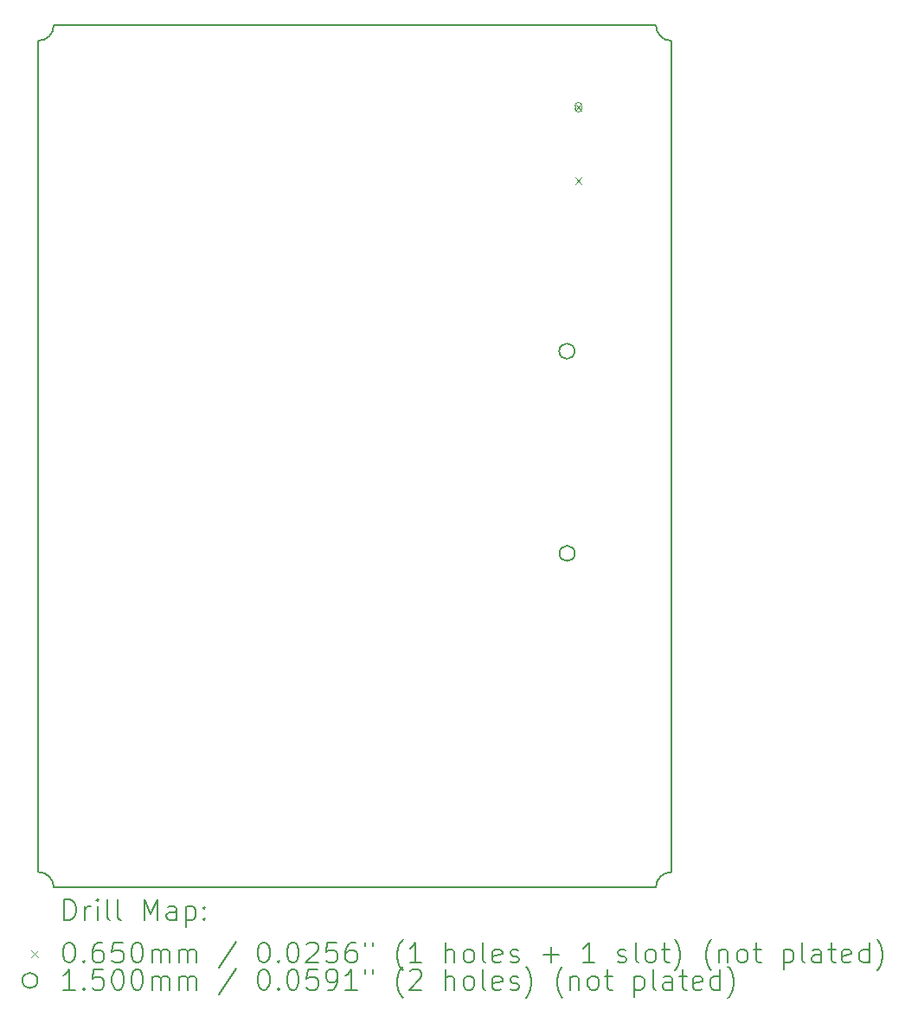
<source format=gbr>
%TF.GenerationSoftware,KiCad,Pcbnew,9.0.2*%
%TF.CreationDate,2025-07-10T16:01:35+01:00*%
%TF.ProjectId,FastStepper,46617374-5374-4657-9070-65722e6b6963,rev?*%
%TF.SameCoordinates,PX71f712cPY8e18f40*%
%TF.FileFunction,Drillmap*%
%TF.FilePolarity,Positive*%
%FSLAX45Y45*%
G04 Gerber Fmt 4.5, Leading zero omitted, Abs format (unit mm)*
G04 Created by KiCad (PCBNEW 9.0.2) date 2025-07-10 16:01:35*
%MOMM*%
%LPD*%
G01*
G04 APERTURE LIST*
%ADD10C,0.152400*%
%ADD11C,0.150000*%
%ADD12C,0.200000*%
%ADD13C,0.100000*%
G04 APERTURE END LIST*
D10*
X6042390Y0D02*
G75*
G02*
X6192390Y150000I150000J0D01*
G01*
X150000Y0D02*
X6042390Y0D01*
X0Y150000D02*
G75*
G02*
X150000Y0I0J-150000D01*
G01*
X150000Y8440000D02*
G75*
G02*
X0Y8290000I-150000J0D01*
G01*
D11*
X6192390Y150000D02*
X6192390Y8290000D01*
D10*
X6042390Y8440000D02*
X150000Y8440000D01*
X0Y8290000D02*
X0Y150000D01*
X6192390Y8290000D02*
G75*
G02*
X6042390Y8440000I0J150000D01*
G01*
D12*
D13*
X5250890Y7671250D02*
X5315890Y7606250D01*
X5315890Y7671250D02*
X5250890Y7606250D01*
X5315890Y7623750D02*
X5315890Y7653750D01*
X5250890Y7653750D02*
G75*
G02*
X5315890Y7653750I32500J0D01*
G01*
X5250890Y7653750D02*
X5250890Y7623750D01*
X5250890Y7623750D02*
G75*
G03*
X5315890Y7623750I32500J0D01*
G01*
X5250890Y6951250D02*
X5315890Y6886250D01*
X5315890Y6951250D02*
X5250890Y6886250D01*
D11*
X5246390Y5250000D02*
G75*
G02*
X5096390Y5250000I-75000J0D01*
G01*
X5096390Y5250000D02*
G75*
G02*
X5246390Y5250000I75000J0D01*
G01*
X5248367Y3270000D02*
G75*
G02*
X5098367Y3270000I-75000J0D01*
G01*
X5098367Y3270000D02*
G75*
G02*
X5248367Y3270000I75000J0D01*
G01*
D12*
X253157Y-319104D02*
X253157Y-119104D01*
X253157Y-119104D02*
X300776Y-119104D01*
X300776Y-119104D02*
X329347Y-128628D01*
X329347Y-128628D02*
X348395Y-147675D01*
X348395Y-147675D02*
X357919Y-166723D01*
X357919Y-166723D02*
X367442Y-204818D01*
X367442Y-204818D02*
X367442Y-233389D01*
X367442Y-233389D02*
X357919Y-271485D01*
X357919Y-271485D02*
X348395Y-290532D01*
X348395Y-290532D02*
X329347Y-309580D01*
X329347Y-309580D02*
X300776Y-319104D01*
X300776Y-319104D02*
X253157Y-319104D01*
X453157Y-319104D02*
X453157Y-185770D01*
X453157Y-223866D02*
X462681Y-204818D01*
X462681Y-204818D02*
X472204Y-195294D01*
X472204Y-195294D02*
X491252Y-185770D01*
X491252Y-185770D02*
X510300Y-185770D01*
X576966Y-319104D02*
X576966Y-185770D01*
X576966Y-119104D02*
X567443Y-128628D01*
X567443Y-128628D02*
X576966Y-138151D01*
X576966Y-138151D02*
X586490Y-128628D01*
X586490Y-128628D02*
X576966Y-119104D01*
X576966Y-119104D02*
X576966Y-138151D01*
X700776Y-319104D02*
X681728Y-309580D01*
X681728Y-309580D02*
X672204Y-290532D01*
X672204Y-290532D02*
X672204Y-119104D01*
X805538Y-319104D02*
X786490Y-309580D01*
X786490Y-309580D02*
X776966Y-290532D01*
X776966Y-290532D02*
X776966Y-119104D01*
X1034109Y-319104D02*
X1034109Y-119104D01*
X1034109Y-119104D02*
X1100776Y-261961D01*
X1100776Y-261961D02*
X1167443Y-119104D01*
X1167443Y-119104D02*
X1167443Y-319104D01*
X1348395Y-319104D02*
X1348395Y-214342D01*
X1348395Y-214342D02*
X1338871Y-195294D01*
X1338871Y-195294D02*
X1319824Y-185770D01*
X1319824Y-185770D02*
X1281728Y-185770D01*
X1281728Y-185770D02*
X1262681Y-195294D01*
X1348395Y-309580D02*
X1329347Y-319104D01*
X1329347Y-319104D02*
X1281728Y-319104D01*
X1281728Y-319104D02*
X1262681Y-309580D01*
X1262681Y-309580D02*
X1253157Y-290532D01*
X1253157Y-290532D02*
X1253157Y-271485D01*
X1253157Y-271485D02*
X1262681Y-252437D01*
X1262681Y-252437D02*
X1281728Y-242913D01*
X1281728Y-242913D02*
X1329347Y-242913D01*
X1329347Y-242913D02*
X1348395Y-233389D01*
X1443633Y-185770D02*
X1443633Y-385770D01*
X1443633Y-195294D02*
X1462681Y-185770D01*
X1462681Y-185770D02*
X1500776Y-185770D01*
X1500776Y-185770D02*
X1519823Y-195294D01*
X1519823Y-195294D02*
X1529347Y-204818D01*
X1529347Y-204818D02*
X1538871Y-223866D01*
X1538871Y-223866D02*
X1538871Y-281009D01*
X1538871Y-281009D02*
X1529347Y-300056D01*
X1529347Y-300056D02*
X1519823Y-309580D01*
X1519823Y-309580D02*
X1500776Y-319104D01*
X1500776Y-319104D02*
X1462681Y-319104D01*
X1462681Y-319104D02*
X1443633Y-309580D01*
X1624585Y-300056D02*
X1634109Y-309580D01*
X1634109Y-309580D02*
X1624585Y-319104D01*
X1624585Y-319104D02*
X1615062Y-309580D01*
X1615062Y-309580D02*
X1624585Y-300056D01*
X1624585Y-300056D02*
X1624585Y-319104D01*
X1624585Y-195294D02*
X1634109Y-204818D01*
X1634109Y-204818D02*
X1624585Y-214342D01*
X1624585Y-214342D02*
X1615062Y-204818D01*
X1615062Y-204818D02*
X1624585Y-195294D01*
X1624585Y-195294D02*
X1624585Y-214342D01*
D13*
X-72620Y-615120D02*
X-7620Y-680120D01*
X-7620Y-615120D02*
X-72620Y-680120D01*
D12*
X291252Y-539104D02*
X310300Y-539104D01*
X310300Y-539104D02*
X329347Y-548628D01*
X329347Y-548628D02*
X338871Y-558151D01*
X338871Y-558151D02*
X348395Y-577199D01*
X348395Y-577199D02*
X357919Y-615294D01*
X357919Y-615294D02*
X357919Y-662913D01*
X357919Y-662913D02*
X348395Y-701008D01*
X348395Y-701008D02*
X338871Y-720056D01*
X338871Y-720056D02*
X329347Y-729580D01*
X329347Y-729580D02*
X310300Y-739104D01*
X310300Y-739104D02*
X291252Y-739104D01*
X291252Y-739104D02*
X272204Y-729580D01*
X272204Y-729580D02*
X262681Y-720056D01*
X262681Y-720056D02*
X253157Y-701008D01*
X253157Y-701008D02*
X243633Y-662913D01*
X243633Y-662913D02*
X243633Y-615294D01*
X243633Y-615294D02*
X253157Y-577199D01*
X253157Y-577199D02*
X262681Y-558151D01*
X262681Y-558151D02*
X272204Y-548628D01*
X272204Y-548628D02*
X291252Y-539104D01*
X443633Y-720056D02*
X453157Y-729580D01*
X453157Y-729580D02*
X443633Y-739104D01*
X443633Y-739104D02*
X434109Y-729580D01*
X434109Y-729580D02*
X443633Y-720056D01*
X443633Y-720056D02*
X443633Y-739104D01*
X624585Y-539104D02*
X586490Y-539104D01*
X586490Y-539104D02*
X567443Y-548628D01*
X567443Y-548628D02*
X557919Y-558151D01*
X557919Y-558151D02*
X538871Y-586723D01*
X538871Y-586723D02*
X529347Y-624818D01*
X529347Y-624818D02*
X529347Y-701008D01*
X529347Y-701008D02*
X538871Y-720056D01*
X538871Y-720056D02*
X548395Y-729580D01*
X548395Y-729580D02*
X567443Y-739104D01*
X567443Y-739104D02*
X605538Y-739104D01*
X605538Y-739104D02*
X624585Y-729580D01*
X624585Y-729580D02*
X634109Y-720056D01*
X634109Y-720056D02*
X643633Y-701008D01*
X643633Y-701008D02*
X643633Y-653390D01*
X643633Y-653390D02*
X634109Y-634342D01*
X634109Y-634342D02*
X624585Y-624818D01*
X624585Y-624818D02*
X605538Y-615294D01*
X605538Y-615294D02*
X567443Y-615294D01*
X567443Y-615294D02*
X548395Y-624818D01*
X548395Y-624818D02*
X538871Y-634342D01*
X538871Y-634342D02*
X529347Y-653390D01*
X824585Y-539104D02*
X729347Y-539104D01*
X729347Y-539104D02*
X719823Y-634342D01*
X719823Y-634342D02*
X729347Y-624818D01*
X729347Y-624818D02*
X748395Y-615294D01*
X748395Y-615294D02*
X796014Y-615294D01*
X796014Y-615294D02*
X815062Y-624818D01*
X815062Y-624818D02*
X824585Y-634342D01*
X824585Y-634342D02*
X834109Y-653390D01*
X834109Y-653390D02*
X834109Y-701008D01*
X834109Y-701008D02*
X824585Y-720056D01*
X824585Y-720056D02*
X815062Y-729580D01*
X815062Y-729580D02*
X796014Y-739104D01*
X796014Y-739104D02*
X748395Y-739104D01*
X748395Y-739104D02*
X729347Y-729580D01*
X729347Y-729580D02*
X719823Y-720056D01*
X957919Y-539104D02*
X976966Y-539104D01*
X976966Y-539104D02*
X996014Y-548628D01*
X996014Y-548628D02*
X1005538Y-558151D01*
X1005538Y-558151D02*
X1015062Y-577199D01*
X1015062Y-577199D02*
X1024585Y-615294D01*
X1024585Y-615294D02*
X1024585Y-662913D01*
X1024585Y-662913D02*
X1015062Y-701008D01*
X1015062Y-701008D02*
X1005538Y-720056D01*
X1005538Y-720056D02*
X996014Y-729580D01*
X996014Y-729580D02*
X976966Y-739104D01*
X976966Y-739104D02*
X957919Y-739104D01*
X957919Y-739104D02*
X938871Y-729580D01*
X938871Y-729580D02*
X929347Y-720056D01*
X929347Y-720056D02*
X919823Y-701008D01*
X919823Y-701008D02*
X910300Y-662913D01*
X910300Y-662913D02*
X910300Y-615294D01*
X910300Y-615294D02*
X919823Y-577199D01*
X919823Y-577199D02*
X929347Y-558151D01*
X929347Y-558151D02*
X938871Y-548628D01*
X938871Y-548628D02*
X957919Y-539104D01*
X1110300Y-739104D02*
X1110300Y-605770D01*
X1110300Y-624818D02*
X1119824Y-615294D01*
X1119824Y-615294D02*
X1138871Y-605770D01*
X1138871Y-605770D02*
X1167443Y-605770D01*
X1167443Y-605770D02*
X1186490Y-615294D01*
X1186490Y-615294D02*
X1196014Y-634342D01*
X1196014Y-634342D02*
X1196014Y-739104D01*
X1196014Y-634342D02*
X1205538Y-615294D01*
X1205538Y-615294D02*
X1224585Y-605770D01*
X1224585Y-605770D02*
X1253157Y-605770D01*
X1253157Y-605770D02*
X1272205Y-615294D01*
X1272205Y-615294D02*
X1281728Y-634342D01*
X1281728Y-634342D02*
X1281728Y-739104D01*
X1376966Y-739104D02*
X1376966Y-605770D01*
X1376966Y-624818D02*
X1386490Y-615294D01*
X1386490Y-615294D02*
X1405538Y-605770D01*
X1405538Y-605770D02*
X1434109Y-605770D01*
X1434109Y-605770D02*
X1453157Y-615294D01*
X1453157Y-615294D02*
X1462681Y-634342D01*
X1462681Y-634342D02*
X1462681Y-739104D01*
X1462681Y-634342D02*
X1472204Y-615294D01*
X1472204Y-615294D02*
X1491252Y-605770D01*
X1491252Y-605770D02*
X1519823Y-605770D01*
X1519823Y-605770D02*
X1538871Y-615294D01*
X1538871Y-615294D02*
X1548395Y-634342D01*
X1548395Y-634342D02*
X1548395Y-739104D01*
X1938871Y-529580D02*
X1767443Y-786723D01*
X2196014Y-539104D02*
X2215062Y-539104D01*
X2215062Y-539104D02*
X2234109Y-548628D01*
X2234109Y-548628D02*
X2243633Y-558151D01*
X2243633Y-558151D02*
X2253157Y-577199D01*
X2253157Y-577199D02*
X2262681Y-615294D01*
X2262681Y-615294D02*
X2262681Y-662913D01*
X2262681Y-662913D02*
X2253157Y-701008D01*
X2253157Y-701008D02*
X2243633Y-720056D01*
X2243633Y-720056D02*
X2234109Y-729580D01*
X2234109Y-729580D02*
X2215062Y-739104D01*
X2215062Y-739104D02*
X2196014Y-739104D01*
X2196014Y-739104D02*
X2176967Y-729580D01*
X2176967Y-729580D02*
X2167443Y-720056D01*
X2167443Y-720056D02*
X2157919Y-701008D01*
X2157919Y-701008D02*
X2148395Y-662913D01*
X2148395Y-662913D02*
X2148395Y-615294D01*
X2148395Y-615294D02*
X2157919Y-577199D01*
X2157919Y-577199D02*
X2167443Y-558151D01*
X2167443Y-558151D02*
X2176967Y-548628D01*
X2176967Y-548628D02*
X2196014Y-539104D01*
X2348395Y-720056D02*
X2357919Y-729580D01*
X2357919Y-729580D02*
X2348395Y-739104D01*
X2348395Y-739104D02*
X2338871Y-729580D01*
X2338871Y-729580D02*
X2348395Y-720056D01*
X2348395Y-720056D02*
X2348395Y-739104D01*
X2481728Y-539104D02*
X2500776Y-539104D01*
X2500776Y-539104D02*
X2519824Y-548628D01*
X2519824Y-548628D02*
X2529348Y-558151D01*
X2529348Y-558151D02*
X2538871Y-577199D01*
X2538871Y-577199D02*
X2548395Y-615294D01*
X2548395Y-615294D02*
X2548395Y-662913D01*
X2548395Y-662913D02*
X2538871Y-701008D01*
X2538871Y-701008D02*
X2529348Y-720056D01*
X2529348Y-720056D02*
X2519824Y-729580D01*
X2519824Y-729580D02*
X2500776Y-739104D01*
X2500776Y-739104D02*
X2481728Y-739104D01*
X2481728Y-739104D02*
X2462681Y-729580D01*
X2462681Y-729580D02*
X2453157Y-720056D01*
X2453157Y-720056D02*
X2443633Y-701008D01*
X2443633Y-701008D02*
X2434109Y-662913D01*
X2434109Y-662913D02*
X2434109Y-615294D01*
X2434109Y-615294D02*
X2443633Y-577199D01*
X2443633Y-577199D02*
X2453157Y-558151D01*
X2453157Y-558151D02*
X2462681Y-548628D01*
X2462681Y-548628D02*
X2481728Y-539104D01*
X2624586Y-558151D02*
X2634109Y-548628D01*
X2634109Y-548628D02*
X2653157Y-539104D01*
X2653157Y-539104D02*
X2700776Y-539104D01*
X2700776Y-539104D02*
X2719824Y-548628D01*
X2719824Y-548628D02*
X2729348Y-558151D01*
X2729348Y-558151D02*
X2738871Y-577199D01*
X2738871Y-577199D02*
X2738871Y-596247D01*
X2738871Y-596247D02*
X2729348Y-624818D01*
X2729348Y-624818D02*
X2615062Y-739104D01*
X2615062Y-739104D02*
X2738871Y-739104D01*
X2919824Y-539104D02*
X2824586Y-539104D01*
X2824586Y-539104D02*
X2815062Y-634342D01*
X2815062Y-634342D02*
X2824586Y-624818D01*
X2824586Y-624818D02*
X2843633Y-615294D01*
X2843633Y-615294D02*
X2891252Y-615294D01*
X2891252Y-615294D02*
X2910300Y-624818D01*
X2910300Y-624818D02*
X2919824Y-634342D01*
X2919824Y-634342D02*
X2929347Y-653390D01*
X2929347Y-653390D02*
X2929347Y-701008D01*
X2929347Y-701008D02*
X2919824Y-720056D01*
X2919824Y-720056D02*
X2910300Y-729580D01*
X2910300Y-729580D02*
X2891252Y-739104D01*
X2891252Y-739104D02*
X2843633Y-739104D01*
X2843633Y-739104D02*
X2824586Y-729580D01*
X2824586Y-729580D02*
X2815062Y-720056D01*
X3100776Y-539104D02*
X3062681Y-539104D01*
X3062681Y-539104D02*
X3043633Y-548628D01*
X3043633Y-548628D02*
X3034109Y-558151D01*
X3034109Y-558151D02*
X3015062Y-586723D01*
X3015062Y-586723D02*
X3005538Y-624818D01*
X3005538Y-624818D02*
X3005538Y-701008D01*
X3005538Y-701008D02*
X3015062Y-720056D01*
X3015062Y-720056D02*
X3024586Y-729580D01*
X3024586Y-729580D02*
X3043633Y-739104D01*
X3043633Y-739104D02*
X3081728Y-739104D01*
X3081728Y-739104D02*
X3100776Y-729580D01*
X3100776Y-729580D02*
X3110300Y-720056D01*
X3110300Y-720056D02*
X3119824Y-701008D01*
X3119824Y-701008D02*
X3119824Y-653390D01*
X3119824Y-653390D02*
X3110300Y-634342D01*
X3110300Y-634342D02*
X3100776Y-624818D01*
X3100776Y-624818D02*
X3081728Y-615294D01*
X3081728Y-615294D02*
X3043633Y-615294D01*
X3043633Y-615294D02*
X3024586Y-624818D01*
X3024586Y-624818D02*
X3015062Y-634342D01*
X3015062Y-634342D02*
X3005538Y-653390D01*
X3196014Y-539104D02*
X3196014Y-577199D01*
X3272205Y-539104D02*
X3272205Y-577199D01*
X3567443Y-815294D02*
X3557919Y-805770D01*
X3557919Y-805770D02*
X3538871Y-777199D01*
X3538871Y-777199D02*
X3529348Y-758151D01*
X3529348Y-758151D02*
X3519824Y-729580D01*
X3519824Y-729580D02*
X3510300Y-681961D01*
X3510300Y-681961D02*
X3510300Y-643866D01*
X3510300Y-643866D02*
X3519824Y-596247D01*
X3519824Y-596247D02*
X3529348Y-567675D01*
X3529348Y-567675D02*
X3538871Y-548628D01*
X3538871Y-548628D02*
X3557919Y-520056D01*
X3557919Y-520056D02*
X3567443Y-510532D01*
X3748395Y-739104D02*
X3634109Y-739104D01*
X3691252Y-739104D02*
X3691252Y-539104D01*
X3691252Y-539104D02*
X3672205Y-567675D01*
X3672205Y-567675D02*
X3653157Y-586723D01*
X3653157Y-586723D02*
X3634109Y-596247D01*
X3986490Y-739104D02*
X3986490Y-539104D01*
X4072205Y-739104D02*
X4072205Y-634342D01*
X4072205Y-634342D02*
X4062681Y-615294D01*
X4062681Y-615294D02*
X4043633Y-605770D01*
X4043633Y-605770D02*
X4015062Y-605770D01*
X4015062Y-605770D02*
X3996014Y-615294D01*
X3996014Y-615294D02*
X3986490Y-624818D01*
X4196014Y-739104D02*
X4176967Y-729580D01*
X4176967Y-729580D02*
X4167443Y-720056D01*
X4167443Y-720056D02*
X4157919Y-701008D01*
X4157919Y-701008D02*
X4157919Y-643866D01*
X4157919Y-643866D02*
X4167443Y-624818D01*
X4167443Y-624818D02*
X4176967Y-615294D01*
X4176967Y-615294D02*
X4196014Y-605770D01*
X4196014Y-605770D02*
X4224586Y-605770D01*
X4224586Y-605770D02*
X4243633Y-615294D01*
X4243633Y-615294D02*
X4253157Y-624818D01*
X4253157Y-624818D02*
X4262681Y-643866D01*
X4262681Y-643866D02*
X4262681Y-701008D01*
X4262681Y-701008D02*
X4253157Y-720056D01*
X4253157Y-720056D02*
X4243633Y-729580D01*
X4243633Y-729580D02*
X4224586Y-739104D01*
X4224586Y-739104D02*
X4196014Y-739104D01*
X4376967Y-739104D02*
X4357919Y-729580D01*
X4357919Y-729580D02*
X4348395Y-710532D01*
X4348395Y-710532D02*
X4348395Y-539104D01*
X4529348Y-729580D02*
X4510300Y-739104D01*
X4510300Y-739104D02*
X4472205Y-739104D01*
X4472205Y-739104D02*
X4453157Y-729580D01*
X4453157Y-729580D02*
X4443633Y-710532D01*
X4443633Y-710532D02*
X4443633Y-634342D01*
X4443633Y-634342D02*
X4453157Y-615294D01*
X4453157Y-615294D02*
X4472205Y-605770D01*
X4472205Y-605770D02*
X4510300Y-605770D01*
X4510300Y-605770D02*
X4529348Y-615294D01*
X4529348Y-615294D02*
X4538872Y-634342D01*
X4538872Y-634342D02*
X4538872Y-653390D01*
X4538872Y-653390D02*
X4443633Y-672437D01*
X4615062Y-729580D02*
X4634110Y-739104D01*
X4634110Y-739104D02*
X4672205Y-739104D01*
X4672205Y-739104D02*
X4691253Y-729580D01*
X4691253Y-729580D02*
X4700776Y-710532D01*
X4700776Y-710532D02*
X4700776Y-701008D01*
X4700776Y-701008D02*
X4691253Y-681961D01*
X4691253Y-681961D02*
X4672205Y-672437D01*
X4672205Y-672437D02*
X4643633Y-672437D01*
X4643633Y-672437D02*
X4624586Y-662913D01*
X4624586Y-662913D02*
X4615062Y-643866D01*
X4615062Y-643866D02*
X4615062Y-634342D01*
X4615062Y-634342D02*
X4624586Y-615294D01*
X4624586Y-615294D02*
X4643633Y-605770D01*
X4643633Y-605770D02*
X4672205Y-605770D01*
X4672205Y-605770D02*
X4691253Y-615294D01*
X4938872Y-662913D02*
X5091253Y-662913D01*
X5015062Y-739104D02*
X5015062Y-586723D01*
X5443634Y-739104D02*
X5329348Y-739104D01*
X5386491Y-739104D02*
X5386491Y-539104D01*
X5386491Y-539104D02*
X5367443Y-567675D01*
X5367443Y-567675D02*
X5348395Y-586723D01*
X5348395Y-586723D02*
X5329348Y-596247D01*
X5672205Y-729580D02*
X5691253Y-739104D01*
X5691253Y-739104D02*
X5729348Y-739104D01*
X5729348Y-739104D02*
X5748395Y-729580D01*
X5748395Y-729580D02*
X5757919Y-710532D01*
X5757919Y-710532D02*
X5757919Y-701008D01*
X5757919Y-701008D02*
X5748395Y-681961D01*
X5748395Y-681961D02*
X5729348Y-672437D01*
X5729348Y-672437D02*
X5700776Y-672437D01*
X5700776Y-672437D02*
X5681729Y-662913D01*
X5681729Y-662913D02*
X5672205Y-643866D01*
X5672205Y-643866D02*
X5672205Y-634342D01*
X5672205Y-634342D02*
X5681729Y-615294D01*
X5681729Y-615294D02*
X5700776Y-605770D01*
X5700776Y-605770D02*
X5729348Y-605770D01*
X5729348Y-605770D02*
X5748395Y-615294D01*
X5872205Y-739104D02*
X5853157Y-729580D01*
X5853157Y-729580D02*
X5843634Y-710532D01*
X5843634Y-710532D02*
X5843634Y-539104D01*
X5976967Y-739104D02*
X5957919Y-729580D01*
X5957919Y-729580D02*
X5948395Y-720056D01*
X5948395Y-720056D02*
X5938872Y-701008D01*
X5938872Y-701008D02*
X5938872Y-643866D01*
X5938872Y-643866D02*
X5948395Y-624818D01*
X5948395Y-624818D02*
X5957919Y-615294D01*
X5957919Y-615294D02*
X5976967Y-605770D01*
X5976967Y-605770D02*
X6005538Y-605770D01*
X6005538Y-605770D02*
X6024586Y-615294D01*
X6024586Y-615294D02*
X6034110Y-624818D01*
X6034110Y-624818D02*
X6043634Y-643866D01*
X6043634Y-643866D02*
X6043634Y-701008D01*
X6043634Y-701008D02*
X6034110Y-720056D01*
X6034110Y-720056D02*
X6024586Y-729580D01*
X6024586Y-729580D02*
X6005538Y-739104D01*
X6005538Y-739104D02*
X5976967Y-739104D01*
X6100776Y-605770D02*
X6176967Y-605770D01*
X6129348Y-539104D02*
X6129348Y-710532D01*
X6129348Y-710532D02*
X6138872Y-729580D01*
X6138872Y-729580D02*
X6157919Y-739104D01*
X6157919Y-739104D02*
X6176967Y-739104D01*
X6224586Y-815294D02*
X6234110Y-805770D01*
X6234110Y-805770D02*
X6253157Y-777199D01*
X6253157Y-777199D02*
X6262681Y-758151D01*
X6262681Y-758151D02*
X6272205Y-729580D01*
X6272205Y-729580D02*
X6281729Y-681961D01*
X6281729Y-681961D02*
X6281729Y-643866D01*
X6281729Y-643866D02*
X6272205Y-596247D01*
X6272205Y-596247D02*
X6262681Y-567675D01*
X6262681Y-567675D02*
X6253157Y-548628D01*
X6253157Y-548628D02*
X6234110Y-520056D01*
X6234110Y-520056D02*
X6224586Y-510532D01*
X6586491Y-815294D02*
X6576967Y-805770D01*
X6576967Y-805770D02*
X6557919Y-777199D01*
X6557919Y-777199D02*
X6548395Y-758151D01*
X6548395Y-758151D02*
X6538872Y-729580D01*
X6538872Y-729580D02*
X6529348Y-681961D01*
X6529348Y-681961D02*
X6529348Y-643866D01*
X6529348Y-643866D02*
X6538872Y-596247D01*
X6538872Y-596247D02*
X6548395Y-567675D01*
X6548395Y-567675D02*
X6557919Y-548628D01*
X6557919Y-548628D02*
X6576967Y-520056D01*
X6576967Y-520056D02*
X6586491Y-510532D01*
X6662681Y-605770D02*
X6662681Y-739104D01*
X6662681Y-624818D02*
X6672205Y-615294D01*
X6672205Y-615294D02*
X6691253Y-605770D01*
X6691253Y-605770D02*
X6719824Y-605770D01*
X6719824Y-605770D02*
X6738872Y-615294D01*
X6738872Y-615294D02*
X6748395Y-634342D01*
X6748395Y-634342D02*
X6748395Y-739104D01*
X6872205Y-739104D02*
X6853157Y-729580D01*
X6853157Y-729580D02*
X6843634Y-720056D01*
X6843634Y-720056D02*
X6834110Y-701008D01*
X6834110Y-701008D02*
X6834110Y-643866D01*
X6834110Y-643866D02*
X6843634Y-624818D01*
X6843634Y-624818D02*
X6853157Y-615294D01*
X6853157Y-615294D02*
X6872205Y-605770D01*
X6872205Y-605770D02*
X6900776Y-605770D01*
X6900776Y-605770D02*
X6919824Y-615294D01*
X6919824Y-615294D02*
X6929348Y-624818D01*
X6929348Y-624818D02*
X6938872Y-643866D01*
X6938872Y-643866D02*
X6938872Y-701008D01*
X6938872Y-701008D02*
X6929348Y-720056D01*
X6929348Y-720056D02*
X6919824Y-729580D01*
X6919824Y-729580D02*
X6900776Y-739104D01*
X6900776Y-739104D02*
X6872205Y-739104D01*
X6996015Y-605770D02*
X7072205Y-605770D01*
X7024586Y-539104D02*
X7024586Y-710532D01*
X7024586Y-710532D02*
X7034110Y-729580D01*
X7034110Y-729580D02*
X7053157Y-739104D01*
X7053157Y-739104D02*
X7072205Y-739104D01*
X7291253Y-605770D02*
X7291253Y-805770D01*
X7291253Y-615294D02*
X7310300Y-605770D01*
X7310300Y-605770D02*
X7348396Y-605770D01*
X7348396Y-605770D02*
X7367443Y-615294D01*
X7367443Y-615294D02*
X7376967Y-624818D01*
X7376967Y-624818D02*
X7386491Y-643866D01*
X7386491Y-643866D02*
X7386491Y-701008D01*
X7386491Y-701008D02*
X7376967Y-720056D01*
X7376967Y-720056D02*
X7367443Y-729580D01*
X7367443Y-729580D02*
X7348396Y-739104D01*
X7348396Y-739104D02*
X7310300Y-739104D01*
X7310300Y-739104D02*
X7291253Y-729580D01*
X7500776Y-739104D02*
X7481729Y-729580D01*
X7481729Y-729580D02*
X7472205Y-710532D01*
X7472205Y-710532D02*
X7472205Y-539104D01*
X7662681Y-739104D02*
X7662681Y-634342D01*
X7662681Y-634342D02*
X7653157Y-615294D01*
X7653157Y-615294D02*
X7634110Y-605770D01*
X7634110Y-605770D02*
X7596015Y-605770D01*
X7596015Y-605770D02*
X7576967Y-615294D01*
X7662681Y-729580D02*
X7643634Y-739104D01*
X7643634Y-739104D02*
X7596015Y-739104D01*
X7596015Y-739104D02*
X7576967Y-729580D01*
X7576967Y-729580D02*
X7567443Y-710532D01*
X7567443Y-710532D02*
X7567443Y-691485D01*
X7567443Y-691485D02*
X7576967Y-672437D01*
X7576967Y-672437D02*
X7596015Y-662913D01*
X7596015Y-662913D02*
X7643634Y-662913D01*
X7643634Y-662913D02*
X7662681Y-653390D01*
X7729348Y-605770D02*
X7805538Y-605770D01*
X7757919Y-539104D02*
X7757919Y-710532D01*
X7757919Y-710532D02*
X7767443Y-729580D01*
X7767443Y-729580D02*
X7786491Y-739104D01*
X7786491Y-739104D02*
X7805538Y-739104D01*
X7948396Y-729580D02*
X7929348Y-739104D01*
X7929348Y-739104D02*
X7891253Y-739104D01*
X7891253Y-739104D02*
X7872205Y-729580D01*
X7872205Y-729580D02*
X7862681Y-710532D01*
X7862681Y-710532D02*
X7862681Y-634342D01*
X7862681Y-634342D02*
X7872205Y-615294D01*
X7872205Y-615294D02*
X7891253Y-605770D01*
X7891253Y-605770D02*
X7929348Y-605770D01*
X7929348Y-605770D02*
X7948396Y-615294D01*
X7948396Y-615294D02*
X7957919Y-634342D01*
X7957919Y-634342D02*
X7957919Y-653390D01*
X7957919Y-653390D02*
X7862681Y-672437D01*
X8129348Y-739104D02*
X8129348Y-539104D01*
X8129348Y-729580D02*
X8110300Y-739104D01*
X8110300Y-739104D02*
X8072205Y-739104D01*
X8072205Y-739104D02*
X8053157Y-729580D01*
X8053157Y-729580D02*
X8043634Y-720056D01*
X8043634Y-720056D02*
X8034110Y-701008D01*
X8034110Y-701008D02*
X8034110Y-643866D01*
X8034110Y-643866D02*
X8043634Y-624818D01*
X8043634Y-624818D02*
X8053157Y-615294D01*
X8053157Y-615294D02*
X8072205Y-605770D01*
X8072205Y-605770D02*
X8110300Y-605770D01*
X8110300Y-605770D02*
X8129348Y-615294D01*
X8205538Y-815294D02*
X8215062Y-805770D01*
X8215062Y-805770D02*
X8234110Y-777199D01*
X8234110Y-777199D02*
X8243634Y-758151D01*
X8243634Y-758151D02*
X8253157Y-729580D01*
X8253157Y-729580D02*
X8262681Y-681961D01*
X8262681Y-681961D02*
X8262681Y-643866D01*
X8262681Y-643866D02*
X8253157Y-596247D01*
X8253157Y-596247D02*
X8243634Y-567675D01*
X8243634Y-567675D02*
X8234110Y-548628D01*
X8234110Y-548628D02*
X8215062Y-520056D01*
X8215062Y-520056D02*
X8205538Y-510532D01*
D11*
X-7620Y-911620D02*
G75*
G02*
X-157620Y-911620I-75000J0D01*
G01*
X-157620Y-911620D02*
G75*
G02*
X-7620Y-911620I75000J0D01*
G01*
D12*
X357919Y-1003104D02*
X243633Y-1003104D01*
X300776Y-1003104D02*
X300776Y-803104D01*
X300776Y-803104D02*
X281728Y-831675D01*
X281728Y-831675D02*
X262681Y-850723D01*
X262681Y-850723D02*
X243633Y-860247D01*
X443633Y-984056D02*
X453157Y-993580D01*
X453157Y-993580D02*
X443633Y-1003104D01*
X443633Y-1003104D02*
X434109Y-993580D01*
X434109Y-993580D02*
X443633Y-984056D01*
X443633Y-984056D02*
X443633Y-1003104D01*
X634109Y-803104D02*
X538871Y-803104D01*
X538871Y-803104D02*
X529347Y-898342D01*
X529347Y-898342D02*
X538871Y-888818D01*
X538871Y-888818D02*
X557919Y-879294D01*
X557919Y-879294D02*
X605538Y-879294D01*
X605538Y-879294D02*
X624585Y-888818D01*
X624585Y-888818D02*
X634109Y-898342D01*
X634109Y-898342D02*
X643633Y-917389D01*
X643633Y-917389D02*
X643633Y-965008D01*
X643633Y-965008D02*
X634109Y-984056D01*
X634109Y-984056D02*
X624585Y-993580D01*
X624585Y-993580D02*
X605538Y-1003104D01*
X605538Y-1003104D02*
X557919Y-1003104D01*
X557919Y-1003104D02*
X538871Y-993580D01*
X538871Y-993580D02*
X529347Y-984056D01*
X767442Y-803104D02*
X786490Y-803104D01*
X786490Y-803104D02*
X805538Y-812628D01*
X805538Y-812628D02*
X815062Y-822151D01*
X815062Y-822151D02*
X824585Y-841199D01*
X824585Y-841199D02*
X834109Y-879294D01*
X834109Y-879294D02*
X834109Y-926913D01*
X834109Y-926913D02*
X824585Y-965008D01*
X824585Y-965008D02*
X815062Y-984056D01*
X815062Y-984056D02*
X805538Y-993580D01*
X805538Y-993580D02*
X786490Y-1003104D01*
X786490Y-1003104D02*
X767442Y-1003104D01*
X767442Y-1003104D02*
X748395Y-993580D01*
X748395Y-993580D02*
X738871Y-984056D01*
X738871Y-984056D02*
X729347Y-965008D01*
X729347Y-965008D02*
X719823Y-926913D01*
X719823Y-926913D02*
X719823Y-879294D01*
X719823Y-879294D02*
X729347Y-841199D01*
X729347Y-841199D02*
X738871Y-822151D01*
X738871Y-822151D02*
X748395Y-812628D01*
X748395Y-812628D02*
X767442Y-803104D01*
X957919Y-803104D02*
X976966Y-803104D01*
X976966Y-803104D02*
X996014Y-812628D01*
X996014Y-812628D02*
X1005538Y-822151D01*
X1005538Y-822151D02*
X1015062Y-841199D01*
X1015062Y-841199D02*
X1024585Y-879294D01*
X1024585Y-879294D02*
X1024585Y-926913D01*
X1024585Y-926913D02*
X1015062Y-965008D01*
X1015062Y-965008D02*
X1005538Y-984056D01*
X1005538Y-984056D02*
X996014Y-993580D01*
X996014Y-993580D02*
X976966Y-1003104D01*
X976966Y-1003104D02*
X957919Y-1003104D01*
X957919Y-1003104D02*
X938871Y-993580D01*
X938871Y-993580D02*
X929347Y-984056D01*
X929347Y-984056D02*
X919823Y-965008D01*
X919823Y-965008D02*
X910300Y-926913D01*
X910300Y-926913D02*
X910300Y-879294D01*
X910300Y-879294D02*
X919823Y-841199D01*
X919823Y-841199D02*
X929347Y-822151D01*
X929347Y-822151D02*
X938871Y-812628D01*
X938871Y-812628D02*
X957919Y-803104D01*
X1110300Y-1003104D02*
X1110300Y-869770D01*
X1110300Y-888818D02*
X1119824Y-879294D01*
X1119824Y-879294D02*
X1138871Y-869770D01*
X1138871Y-869770D02*
X1167443Y-869770D01*
X1167443Y-869770D02*
X1186490Y-879294D01*
X1186490Y-879294D02*
X1196014Y-898342D01*
X1196014Y-898342D02*
X1196014Y-1003104D01*
X1196014Y-898342D02*
X1205538Y-879294D01*
X1205538Y-879294D02*
X1224585Y-869770D01*
X1224585Y-869770D02*
X1253157Y-869770D01*
X1253157Y-869770D02*
X1272205Y-879294D01*
X1272205Y-879294D02*
X1281728Y-898342D01*
X1281728Y-898342D02*
X1281728Y-1003104D01*
X1376966Y-1003104D02*
X1376966Y-869770D01*
X1376966Y-888818D02*
X1386490Y-879294D01*
X1386490Y-879294D02*
X1405538Y-869770D01*
X1405538Y-869770D02*
X1434109Y-869770D01*
X1434109Y-869770D02*
X1453157Y-879294D01*
X1453157Y-879294D02*
X1462681Y-898342D01*
X1462681Y-898342D02*
X1462681Y-1003104D01*
X1462681Y-898342D02*
X1472204Y-879294D01*
X1472204Y-879294D02*
X1491252Y-869770D01*
X1491252Y-869770D02*
X1519823Y-869770D01*
X1519823Y-869770D02*
X1538871Y-879294D01*
X1538871Y-879294D02*
X1548395Y-898342D01*
X1548395Y-898342D02*
X1548395Y-1003104D01*
X1938871Y-793580D02*
X1767443Y-1050723D01*
X2196014Y-803104D02*
X2215062Y-803104D01*
X2215062Y-803104D02*
X2234109Y-812628D01*
X2234109Y-812628D02*
X2243633Y-822151D01*
X2243633Y-822151D02*
X2253157Y-841199D01*
X2253157Y-841199D02*
X2262681Y-879294D01*
X2262681Y-879294D02*
X2262681Y-926913D01*
X2262681Y-926913D02*
X2253157Y-965008D01*
X2253157Y-965008D02*
X2243633Y-984056D01*
X2243633Y-984056D02*
X2234109Y-993580D01*
X2234109Y-993580D02*
X2215062Y-1003104D01*
X2215062Y-1003104D02*
X2196014Y-1003104D01*
X2196014Y-1003104D02*
X2176967Y-993580D01*
X2176967Y-993580D02*
X2167443Y-984056D01*
X2167443Y-984056D02*
X2157919Y-965008D01*
X2157919Y-965008D02*
X2148395Y-926913D01*
X2148395Y-926913D02*
X2148395Y-879294D01*
X2148395Y-879294D02*
X2157919Y-841199D01*
X2157919Y-841199D02*
X2167443Y-822151D01*
X2167443Y-822151D02*
X2176967Y-812628D01*
X2176967Y-812628D02*
X2196014Y-803104D01*
X2348395Y-984056D02*
X2357919Y-993580D01*
X2357919Y-993580D02*
X2348395Y-1003104D01*
X2348395Y-1003104D02*
X2338871Y-993580D01*
X2338871Y-993580D02*
X2348395Y-984056D01*
X2348395Y-984056D02*
X2348395Y-1003104D01*
X2481728Y-803104D02*
X2500776Y-803104D01*
X2500776Y-803104D02*
X2519824Y-812628D01*
X2519824Y-812628D02*
X2529348Y-822151D01*
X2529348Y-822151D02*
X2538871Y-841199D01*
X2538871Y-841199D02*
X2548395Y-879294D01*
X2548395Y-879294D02*
X2548395Y-926913D01*
X2548395Y-926913D02*
X2538871Y-965008D01*
X2538871Y-965008D02*
X2529348Y-984056D01*
X2529348Y-984056D02*
X2519824Y-993580D01*
X2519824Y-993580D02*
X2500776Y-1003104D01*
X2500776Y-1003104D02*
X2481728Y-1003104D01*
X2481728Y-1003104D02*
X2462681Y-993580D01*
X2462681Y-993580D02*
X2453157Y-984056D01*
X2453157Y-984056D02*
X2443633Y-965008D01*
X2443633Y-965008D02*
X2434109Y-926913D01*
X2434109Y-926913D02*
X2434109Y-879294D01*
X2434109Y-879294D02*
X2443633Y-841199D01*
X2443633Y-841199D02*
X2453157Y-822151D01*
X2453157Y-822151D02*
X2462681Y-812628D01*
X2462681Y-812628D02*
X2481728Y-803104D01*
X2729348Y-803104D02*
X2634109Y-803104D01*
X2634109Y-803104D02*
X2624586Y-898342D01*
X2624586Y-898342D02*
X2634109Y-888818D01*
X2634109Y-888818D02*
X2653157Y-879294D01*
X2653157Y-879294D02*
X2700776Y-879294D01*
X2700776Y-879294D02*
X2719824Y-888818D01*
X2719824Y-888818D02*
X2729348Y-898342D01*
X2729348Y-898342D02*
X2738871Y-917389D01*
X2738871Y-917389D02*
X2738871Y-965008D01*
X2738871Y-965008D02*
X2729348Y-984056D01*
X2729348Y-984056D02*
X2719824Y-993580D01*
X2719824Y-993580D02*
X2700776Y-1003104D01*
X2700776Y-1003104D02*
X2653157Y-1003104D01*
X2653157Y-1003104D02*
X2634109Y-993580D01*
X2634109Y-993580D02*
X2624586Y-984056D01*
X2834109Y-1003104D02*
X2872205Y-1003104D01*
X2872205Y-1003104D02*
X2891252Y-993580D01*
X2891252Y-993580D02*
X2900776Y-984056D01*
X2900776Y-984056D02*
X2919824Y-955485D01*
X2919824Y-955485D02*
X2929347Y-917389D01*
X2929347Y-917389D02*
X2929347Y-841199D01*
X2929347Y-841199D02*
X2919824Y-822151D01*
X2919824Y-822151D02*
X2910300Y-812628D01*
X2910300Y-812628D02*
X2891252Y-803104D01*
X2891252Y-803104D02*
X2853157Y-803104D01*
X2853157Y-803104D02*
X2834109Y-812628D01*
X2834109Y-812628D02*
X2824586Y-822151D01*
X2824586Y-822151D02*
X2815062Y-841199D01*
X2815062Y-841199D02*
X2815062Y-888818D01*
X2815062Y-888818D02*
X2824586Y-907866D01*
X2824586Y-907866D02*
X2834109Y-917389D01*
X2834109Y-917389D02*
X2853157Y-926913D01*
X2853157Y-926913D02*
X2891252Y-926913D01*
X2891252Y-926913D02*
X2910300Y-917389D01*
X2910300Y-917389D02*
X2919824Y-907866D01*
X2919824Y-907866D02*
X2929347Y-888818D01*
X3119824Y-1003104D02*
X3005538Y-1003104D01*
X3062681Y-1003104D02*
X3062681Y-803104D01*
X3062681Y-803104D02*
X3043633Y-831675D01*
X3043633Y-831675D02*
X3024586Y-850723D01*
X3024586Y-850723D02*
X3005538Y-860247D01*
X3196014Y-803104D02*
X3196014Y-841199D01*
X3272205Y-803104D02*
X3272205Y-841199D01*
X3567443Y-1079294D02*
X3557919Y-1069770D01*
X3557919Y-1069770D02*
X3538871Y-1041199D01*
X3538871Y-1041199D02*
X3529348Y-1022151D01*
X3529348Y-1022151D02*
X3519824Y-993580D01*
X3519824Y-993580D02*
X3510300Y-945961D01*
X3510300Y-945961D02*
X3510300Y-907866D01*
X3510300Y-907866D02*
X3519824Y-860247D01*
X3519824Y-860247D02*
X3529348Y-831675D01*
X3529348Y-831675D02*
X3538871Y-812628D01*
X3538871Y-812628D02*
X3557919Y-784056D01*
X3557919Y-784056D02*
X3567443Y-774532D01*
X3634109Y-822151D02*
X3643633Y-812628D01*
X3643633Y-812628D02*
X3662681Y-803104D01*
X3662681Y-803104D02*
X3710300Y-803104D01*
X3710300Y-803104D02*
X3729348Y-812628D01*
X3729348Y-812628D02*
X3738871Y-822151D01*
X3738871Y-822151D02*
X3748395Y-841199D01*
X3748395Y-841199D02*
X3748395Y-860247D01*
X3748395Y-860247D02*
X3738871Y-888818D01*
X3738871Y-888818D02*
X3624586Y-1003104D01*
X3624586Y-1003104D02*
X3748395Y-1003104D01*
X3986490Y-1003104D02*
X3986490Y-803104D01*
X4072205Y-1003104D02*
X4072205Y-898342D01*
X4072205Y-898342D02*
X4062681Y-879294D01*
X4062681Y-879294D02*
X4043633Y-869770D01*
X4043633Y-869770D02*
X4015062Y-869770D01*
X4015062Y-869770D02*
X3996014Y-879294D01*
X3996014Y-879294D02*
X3986490Y-888818D01*
X4196014Y-1003104D02*
X4176967Y-993580D01*
X4176967Y-993580D02*
X4167443Y-984056D01*
X4167443Y-984056D02*
X4157919Y-965008D01*
X4157919Y-965008D02*
X4157919Y-907866D01*
X4157919Y-907866D02*
X4167443Y-888818D01*
X4167443Y-888818D02*
X4176967Y-879294D01*
X4176967Y-879294D02*
X4196014Y-869770D01*
X4196014Y-869770D02*
X4224586Y-869770D01*
X4224586Y-869770D02*
X4243633Y-879294D01*
X4243633Y-879294D02*
X4253157Y-888818D01*
X4253157Y-888818D02*
X4262681Y-907866D01*
X4262681Y-907866D02*
X4262681Y-965008D01*
X4262681Y-965008D02*
X4253157Y-984056D01*
X4253157Y-984056D02*
X4243633Y-993580D01*
X4243633Y-993580D02*
X4224586Y-1003104D01*
X4224586Y-1003104D02*
X4196014Y-1003104D01*
X4376967Y-1003104D02*
X4357919Y-993580D01*
X4357919Y-993580D02*
X4348395Y-974532D01*
X4348395Y-974532D02*
X4348395Y-803104D01*
X4529348Y-993580D02*
X4510300Y-1003104D01*
X4510300Y-1003104D02*
X4472205Y-1003104D01*
X4472205Y-1003104D02*
X4453157Y-993580D01*
X4453157Y-993580D02*
X4443633Y-974532D01*
X4443633Y-974532D02*
X4443633Y-898342D01*
X4443633Y-898342D02*
X4453157Y-879294D01*
X4453157Y-879294D02*
X4472205Y-869770D01*
X4472205Y-869770D02*
X4510300Y-869770D01*
X4510300Y-869770D02*
X4529348Y-879294D01*
X4529348Y-879294D02*
X4538872Y-898342D01*
X4538872Y-898342D02*
X4538872Y-917389D01*
X4538872Y-917389D02*
X4443633Y-936437D01*
X4615062Y-993580D02*
X4634110Y-1003104D01*
X4634110Y-1003104D02*
X4672205Y-1003104D01*
X4672205Y-1003104D02*
X4691253Y-993580D01*
X4691253Y-993580D02*
X4700776Y-974532D01*
X4700776Y-974532D02*
X4700776Y-965008D01*
X4700776Y-965008D02*
X4691253Y-945961D01*
X4691253Y-945961D02*
X4672205Y-936437D01*
X4672205Y-936437D02*
X4643633Y-936437D01*
X4643633Y-936437D02*
X4624586Y-926913D01*
X4624586Y-926913D02*
X4615062Y-907866D01*
X4615062Y-907866D02*
X4615062Y-898342D01*
X4615062Y-898342D02*
X4624586Y-879294D01*
X4624586Y-879294D02*
X4643633Y-869770D01*
X4643633Y-869770D02*
X4672205Y-869770D01*
X4672205Y-869770D02*
X4691253Y-879294D01*
X4767443Y-1079294D02*
X4776967Y-1069770D01*
X4776967Y-1069770D02*
X4796014Y-1041199D01*
X4796014Y-1041199D02*
X4805538Y-1022151D01*
X4805538Y-1022151D02*
X4815062Y-993580D01*
X4815062Y-993580D02*
X4824586Y-945961D01*
X4824586Y-945961D02*
X4824586Y-907866D01*
X4824586Y-907866D02*
X4815062Y-860247D01*
X4815062Y-860247D02*
X4805538Y-831675D01*
X4805538Y-831675D02*
X4796014Y-812628D01*
X4796014Y-812628D02*
X4776967Y-784056D01*
X4776967Y-784056D02*
X4767443Y-774532D01*
X5129348Y-1079294D02*
X5119824Y-1069770D01*
X5119824Y-1069770D02*
X5100776Y-1041199D01*
X5100776Y-1041199D02*
X5091253Y-1022151D01*
X5091253Y-1022151D02*
X5081729Y-993580D01*
X5081729Y-993580D02*
X5072205Y-945961D01*
X5072205Y-945961D02*
X5072205Y-907866D01*
X5072205Y-907866D02*
X5081729Y-860247D01*
X5081729Y-860247D02*
X5091253Y-831675D01*
X5091253Y-831675D02*
X5100776Y-812628D01*
X5100776Y-812628D02*
X5119824Y-784056D01*
X5119824Y-784056D02*
X5129348Y-774532D01*
X5205538Y-869770D02*
X5205538Y-1003104D01*
X5205538Y-888818D02*
X5215062Y-879294D01*
X5215062Y-879294D02*
X5234110Y-869770D01*
X5234110Y-869770D02*
X5262681Y-869770D01*
X5262681Y-869770D02*
X5281729Y-879294D01*
X5281729Y-879294D02*
X5291253Y-898342D01*
X5291253Y-898342D02*
X5291253Y-1003104D01*
X5415062Y-1003104D02*
X5396014Y-993580D01*
X5396014Y-993580D02*
X5386491Y-984056D01*
X5386491Y-984056D02*
X5376967Y-965008D01*
X5376967Y-965008D02*
X5376967Y-907866D01*
X5376967Y-907866D02*
X5386491Y-888818D01*
X5386491Y-888818D02*
X5396014Y-879294D01*
X5396014Y-879294D02*
X5415062Y-869770D01*
X5415062Y-869770D02*
X5443634Y-869770D01*
X5443634Y-869770D02*
X5462681Y-879294D01*
X5462681Y-879294D02*
X5472205Y-888818D01*
X5472205Y-888818D02*
X5481729Y-907866D01*
X5481729Y-907866D02*
X5481729Y-965008D01*
X5481729Y-965008D02*
X5472205Y-984056D01*
X5472205Y-984056D02*
X5462681Y-993580D01*
X5462681Y-993580D02*
X5443634Y-1003104D01*
X5443634Y-1003104D02*
X5415062Y-1003104D01*
X5538872Y-869770D02*
X5615062Y-869770D01*
X5567443Y-803104D02*
X5567443Y-974532D01*
X5567443Y-974532D02*
X5576967Y-993580D01*
X5576967Y-993580D02*
X5596014Y-1003104D01*
X5596014Y-1003104D02*
X5615062Y-1003104D01*
X5834110Y-869770D02*
X5834110Y-1069770D01*
X5834110Y-879294D02*
X5853157Y-869770D01*
X5853157Y-869770D02*
X5891253Y-869770D01*
X5891253Y-869770D02*
X5910300Y-879294D01*
X5910300Y-879294D02*
X5919824Y-888818D01*
X5919824Y-888818D02*
X5929348Y-907866D01*
X5929348Y-907866D02*
X5929348Y-965008D01*
X5929348Y-965008D02*
X5919824Y-984056D01*
X5919824Y-984056D02*
X5910300Y-993580D01*
X5910300Y-993580D02*
X5891253Y-1003104D01*
X5891253Y-1003104D02*
X5853157Y-1003104D01*
X5853157Y-1003104D02*
X5834110Y-993580D01*
X6043633Y-1003104D02*
X6024586Y-993580D01*
X6024586Y-993580D02*
X6015062Y-974532D01*
X6015062Y-974532D02*
X6015062Y-803104D01*
X6205538Y-1003104D02*
X6205538Y-898342D01*
X6205538Y-898342D02*
X6196014Y-879294D01*
X6196014Y-879294D02*
X6176967Y-869770D01*
X6176967Y-869770D02*
X6138872Y-869770D01*
X6138872Y-869770D02*
X6119824Y-879294D01*
X6205538Y-993580D02*
X6186491Y-1003104D01*
X6186491Y-1003104D02*
X6138872Y-1003104D01*
X6138872Y-1003104D02*
X6119824Y-993580D01*
X6119824Y-993580D02*
X6110300Y-974532D01*
X6110300Y-974532D02*
X6110300Y-955485D01*
X6110300Y-955485D02*
X6119824Y-936437D01*
X6119824Y-936437D02*
X6138872Y-926913D01*
X6138872Y-926913D02*
X6186491Y-926913D01*
X6186491Y-926913D02*
X6205538Y-917389D01*
X6272205Y-869770D02*
X6348395Y-869770D01*
X6300776Y-803104D02*
X6300776Y-974532D01*
X6300776Y-974532D02*
X6310300Y-993580D01*
X6310300Y-993580D02*
X6329348Y-1003104D01*
X6329348Y-1003104D02*
X6348395Y-1003104D01*
X6491253Y-993580D02*
X6472205Y-1003104D01*
X6472205Y-1003104D02*
X6434110Y-1003104D01*
X6434110Y-1003104D02*
X6415062Y-993580D01*
X6415062Y-993580D02*
X6405538Y-974532D01*
X6405538Y-974532D02*
X6405538Y-898342D01*
X6405538Y-898342D02*
X6415062Y-879294D01*
X6415062Y-879294D02*
X6434110Y-869770D01*
X6434110Y-869770D02*
X6472205Y-869770D01*
X6472205Y-869770D02*
X6491253Y-879294D01*
X6491253Y-879294D02*
X6500776Y-898342D01*
X6500776Y-898342D02*
X6500776Y-917389D01*
X6500776Y-917389D02*
X6405538Y-936437D01*
X6672205Y-1003104D02*
X6672205Y-803104D01*
X6672205Y-993580D02*
X6653157Y-1003104D01*
X6653157Y-1003104D02*
X6615062Y-1003104D01*
X6615062Y-1003104D02*
X6596014Y-993580D01*
X6596014Y-993580D02*
X6586491Y-984056D01*
X6586491Y-984056D02*
X6576967Y-965008D01*
X6576967Y-965008D02*
X6576967Y-907866D01*
X6576967Y-907866D02*
X6586491Y-888818D01*
X6586491Y-888818D02*
X6596014Y-879294D01*
X6596014Y-879294D02*
X6615062Y-869770D01*
X6615062Y-869770D02*
X6653157Y-869770D01*
X6653157Y-869770D02*
X6672205Y-879294D01*
X6748395Y-1079294D02*
X6757919Y-1069770D01*
X6757919Y-1069770D02*
X6776967Y-1041199D01*
X6776967Y-1041199D02*
X6786491Y-1022151D01*
X6786491Y-1022151D02*
X6796014Y-993580D01*
X6796014Y-993580D02*
X6805538Y-945961D01*
X6805538Y-945961D02*
X6805538Y-907866D01*
X6805538Y-907866D02*
X6796014Y-860247D01*
X6796014Y-860247D02*
X6786491Y-831675D01*
X6786491Y-831675D02*
X6776967Y-812628D01*
X6776967Y-812628D02*
X6757919Y-784056D01*
X6757919Y-784056D02*
X6748395Y-774532D01*
M02*

</source>
